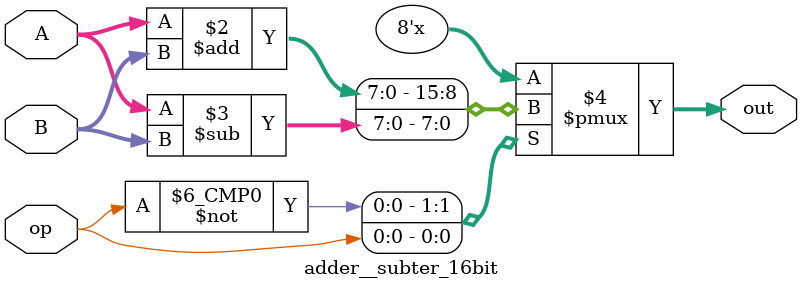
<source format=v>
module adder__subter_16bit (op,A, B, out);
input [7:0] A, B;
input op;
output reg [7:0] out;
always @(*)
	case(op)
	0:out=A+B;
	1:out=A-B;
endcase
endmodule
</source>
